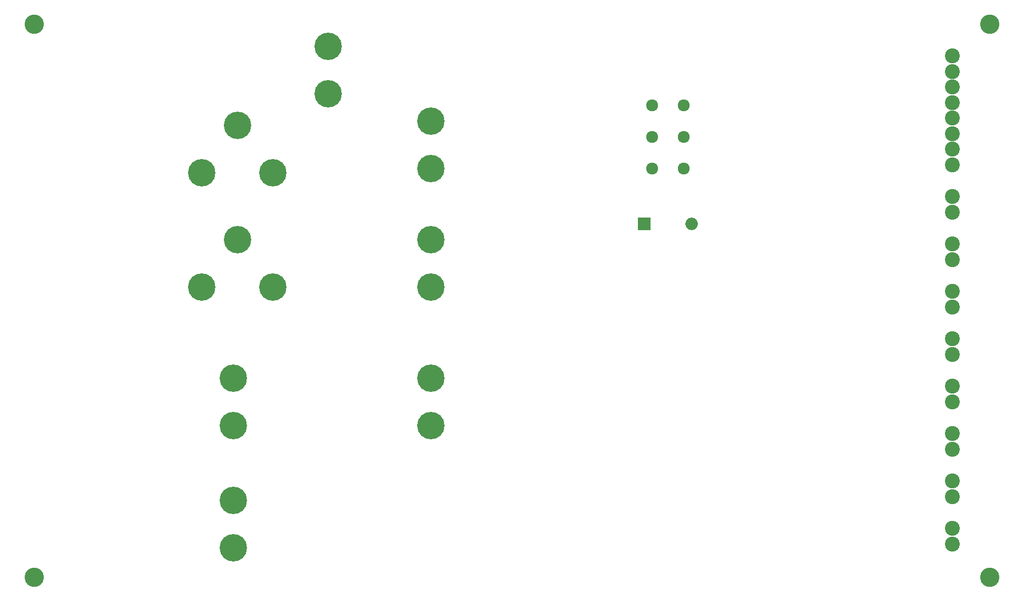
<source format=gbr>
G04 #@! TF.GenerationSoftware,KiCad,Pcbnew,(5.1.4)-1*
G04 #@! TF.CreationDate,2019-09-08T21:38:06+01:00*
G04 #@! TF.ProjectId,powerBoard,706f7765-7242-46f6-9172-642e6b696361,rev?*
G04 #@! TF.SameCoordinates,Original*
G04 #@! TF.FileFunction,Soldermask,Bot*
G04 #@! TF.FilePolarity,Negative*
%FSLAX46Y46*%
G04 Gerber Fmt 4.6, Leading zero omitted, Abs format (unit mm)*
G04 Created by KiCad (PCBNEW (5.1.4)-1) date 2019-09-08 21:38:06*
%MOMM*%
%LPD*%
G04 APERTURE LIST*
%ADD10R,2.000000X2.000000*%
%ADD11O,2.000000X2.000000*%
%ADD12C,1.924000*%
%ADD13C,4.400500*%
%ADD14C,3.100000*%
%ADD15C,2.400000*%
G04 APERTURE END LIST*
D10*
X156680000Y-82700000D03*
D11*
X164300000Y-82700000D03*
D12*
X157950000Y-63650000D03*
X157950000Y-68730000D03*
X157950000Y-73810000D03*
X163030000Y-73810000D03*
X163030000Y-68730000D03*
X163030000Y-63650000D03*
D13*
X122390000Y-115085000D03*
X90640000Y-134770000D03*
X85560000Y-92860000D03*
X85560000Y-74445000D03*
X122390000Y-107465000D03*
X90640000Y-107465000D03*
X122390000Y-66190000D03*
X105880000Y-54125000D03*
X91275000Y-66825000D03*
X91275000Y-85240000D03*
X96990000Y-92860000D03*
X105880000Y-61745000D03*
X122390000Y-85240000D03*
X122390000Y-92860000D03*
X90640000Y-127150000D03*
X96990000Y-74445000D03*
X122390000Y-73810000D03*
X90640000Y-115085000D03*
D14*
X58600000Y-139450000D03*
X58600000Y-50550000D03*
X212240000Y-139450000D03*
X212240000Y-50550000D03*
D15*
X206210000Y-73175000D03*
X206210000Y-70675000D03*
X206210000Y-68175000D03*
X206210000Y-65675000D03*
X206210000Y-63175000D03*
X206210000Y-58175000D03*
X206210000Y-55675000D03*
X206210000Y-60675000D03*
X206210000Y-80795000D03*
X206210000Y-78295000D03*
X206210000Y-88415000D03*
X206210000Y-85915000D03*
X206210000Y-93535000D03*
X206210000Y-96035000D03*
X206210000Y-103655000D03*
X206210000Y-101155000D03*
X206210000Y-108775000D03*
X206210000Y-111275000D03*
X206210000Y-118895000D03*
X206210000Y-116395000D03*
X206210000Y-124015000D03*
X206210000Y-126515000D03*
X206210000Y-131635000D03*
X206210000Y-134135000D03*
M02*

</source>
